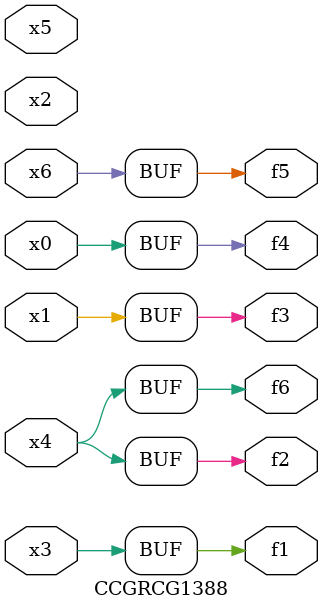
<source format=v>
module CCGRCG1388(
	input x0, x1, x2, x3, x4, x5, x6,
	output f1, f2, f3, f4, f5, f6
);
	assign f1 = x3;
	assign f2 = x4;
	assign f3 = x1;
	assign f4 = x0;
	assign f5 = x6;
	assign f6 = x4;
endmodule

</source>
